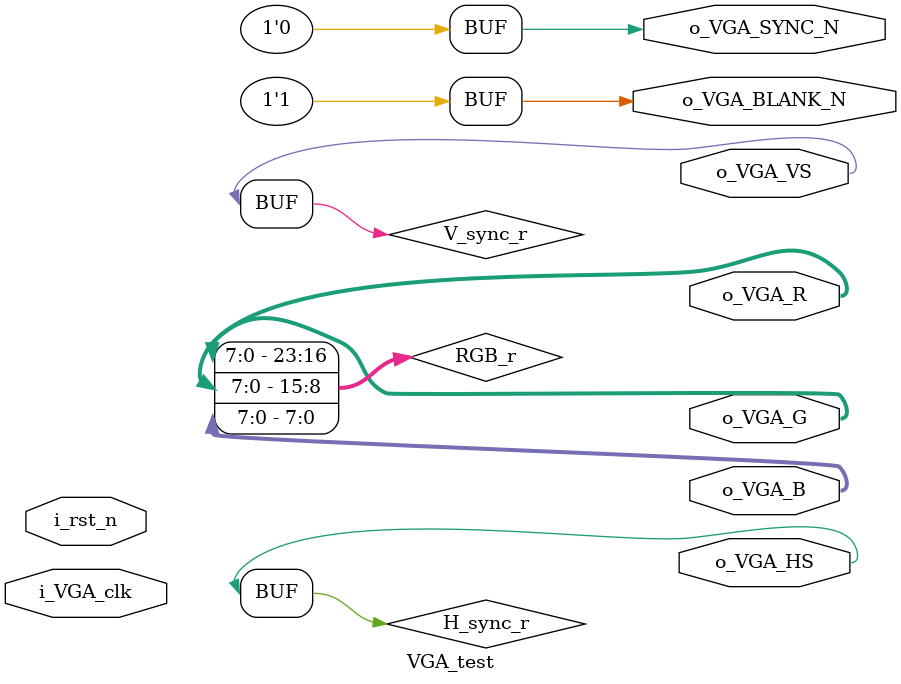
<source format=sv>
`define DEFAULT_FRAME_H 640
`define DEFAULT_FRAME_V 480
`define DEFAULT_FRAME_RATE 60

module VGA_test#(
    parameter H_SIZE = `DEFAULT_FRAME_H, // 默認寬度
    parameter V_SIZE = `DEFAULT_FRAME_V, // 默認高度
    parameter FRAME_RATE = `DEFAULT_FRAME_RATE // 默認偵率
)(
    input i_VGA_clk,
    input i_rst_n,

    output o_VGA_SYNC_N , // VGA同步信號
    output o_VGA_BLANK_N, // VGA空白信號

    output o_VGA_HS, // VGA水平同步信號
    output o_VGA_VS, // VGA垂直同步信號

    output [7:0] o_VGA_R, // VGA紅色通道
    output [7:0] o_VGA_G, // VGA綠色通道
    output [7:0] o_VGA_B, // VGA藍色通道

);

// ---------- Local Parameters ---------- //

    // Dynamically select timing parameters at elaboration
    localparam H_A = 96;    //代表sync pulse
    localparam H_B = 48;    //代表back porch
    localparam H_D = 16;    //代表front porch    
    localparam V_A = 2;     //代表sync pulse
    localparam V_B = 33;    //代表back porch
    localparam V_D = 10;    //代表front porch
    
    //用來看H,V是在哪一階段
    parameter S_B = 0; // back porch
    parameter S_D = 2; // front porch
    parameter S_A = 3; // sync
    parameter S_C = 1; // active

    //TODO:初始化H,V的寬度
    parameter H_WIDTH = H_A + H_B + H_D; // 水平總寬度
    parameter V_WIDTH = V_A + V_B + V_D; // 垂直總高度


// ---------- Internal Signals ---------- //

    logic [23:0] RGB_r, RGB_w;
    
    logic [1:0] H_state_r, H_state_w; // 水平狀態
    logic [H_WIDTH-1:0] H_counter_r, H_counter_w; // 水平計數器
    logic H_sync_r, H_sync_w; // 水平同步信號

    
    logic [1:0] V_state_r, V_state_w; // 垂直狀態
    logic [V_WIDTH-1:0] V_counter_r, V_counter_w; // 垂直計數器
    logic V_sync_r, V_sync_w; // 垂直同步信號




// ---------- Wire Assignments ---------- //

	assign o_VGA_SYNC_N  = 1'b0; //預設值參考1482idiot
	assign o_VGA_BLANK_N = 1'b1; //預設值參考1482idiot

    assign o_VGA_HS = H_sync_r; 
    assign o_VGA_VS = V_sync_r; 
    
    
    assign o_VGA_R = RGB_r[23:16]; // 紅色通道
    assign o_VGA_G = RGB_r[15:8];  // 綠色通道
    assign o_VGA_B = RGB_r[7:0];   // 藍色通道



// ---------- Combinational Logic ---------- //

// RGB Logic
    always_comb begin
        RGB_w = 24'h000000; // 預設為黑色

        // 當處於活動區域時，設定RGB顏色
        if (H_state_r == S_ACTIVE && V_state_r == S_ACTIVE) begin
            RGB_w = 24'hFFFFFF; // 白色
        end
    end

// Horizontal state & counter
    always @(*) begin
        H_state_w = H_state_r;
        H_counter_w = H_counter_r + 1;
        H_sync_w = !(H_state_r == S_A);

        case (H_state_r)
            S_B: begin 
                if (H_counter_r == H_B) begin
                    H_state_w = S_C;
                    H_counter_w = 1;
                end
            end
            S_C: begin 
                if (H_counter_r == H_SIZE) begin
                    H_state_w = S_D;
                    H_counter_w = 1;
                end
            end
            S_D: begin 
                if (H_counter_r == H_D) begin
                    H_state_w = S_A;
                    H_counter_w = 1;
                end
            end
            S_A: begin 
                if (H_counter_r == H_A) begin
                    H_state_w = S_B;
                    H_counter_w = 1;
                end
            end
        endcase
    end

// Vertical state & counter
    always @(*) begin
        V_state_w = V_state_r;
        V_counter_w = V_counter_r;
        V_sync_w = !(V_state_r == S_A);

        if (H_state_r == S_A && H_counter_r == H_A) begin
            V_counter_w = V_counter_r + 1;
            case (V_state_r)
                S_B: begin 
                    if (V_counter_r == V_B) begin
                        V_state_w = S_C;
                        V_counter_w = 1;
                    end
                end
                S_C: begin 
                    if (V_counter_r == V_SIZE) begin
                        V_state_w = S_D;
                        V_counter_w = 1;
                    end
                end
                S_D: begin 
                    if (V_counter_r == V_D) begin
                        V_state_w = S_A;
                        V_counter_w = 1;
                    end
                end
                S_A: begin 
                    if (V_counter_r == V_A) begin
                        V_state_w = S_B;
                        V_counter_w = 1;
                    end
                end
            endcase
        end
    end

// ---------- Squential Logic ---------- //


endmodule
</source>
